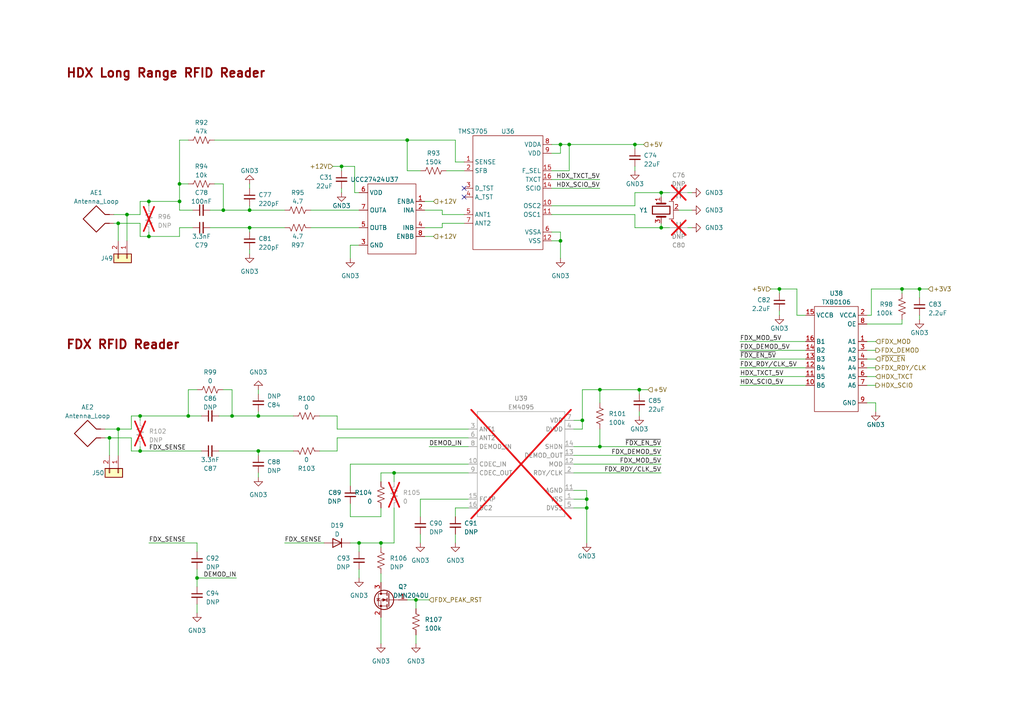
<source format=kicad_sch>
(kicad_sch (version 20230121) (generator eeschema)
  (paper "A4")
  (lib_symbols
    (symbol "Connector_Generic:Conn_01x02" (pin_names (offset 1.016) hide)
      (property "Reference" "J" (at 0 2.54 0))
      (property "Value" "Conn_01x02" (at 0 -5.08 0))
      (symbol "Conn_01x02_1_1"
        (rectangle (start -1.27 -2.413) (end 0 -2.667) (stroke (width 0.1524)))
        (rectangle (start -1.27 0.127) (end 0 -0.127) (stroke (width 0.1524)))
        (rectangle (start -1.27 1.27) (end 1.27 -3.81) (stroke (width 0.254)) (fill (type background)))
        (pin passive line (at -5.08 0 0) (length 3.81) (name "Pin_1") (number "1"))
        (pin passive line (at -5.08 -2.54 0) (length 3.81) (name "Pin_2") (number "2"))
      )
    )
    (symbol "Device:Antenna_Loop" (pin_numbers hide) (pin_names (offset 1.016) hide)
      (property "Reference" "AE" (at 1.27 6.35 0))
      (property "Value" "Antenna_Loop" (at 1.27 5.08 0))
      (symbol "Antenna_Loop_0_1"
        (polyline (pts (xy 2.54 -3.81) (xy 2.54 -2.54) (xy 5.08 0) (xy 1.27 3.81) (xy -2.54 0) (xy 0 -2.54) (xy 0 -3.81)) (stroke (width 0.254)))
      )
      (symbol "Antenna_Loop_1_1"
        (pin input line (at 0 -5.08 90) (length 2.54) (name "~") (number "1"))
        (pin input line (at 2.54 -5.08 90) (length 2.54) (name "~") (number "2"))
      )
    )
    (symbol "Device:C_Small" (pin_numbers hide) (pin_names (offset 0.254) hide)
      (property "Reference" "C" (at 0.254 1.778 0))
      (property "Value" "C_Small" (at 0.254 -2.032 0))
      (symbol "C_Small_0_1"
        (polyline (pts (xy -1.524 -0.508) (xy 1.524 -0.508)) (stroke (width 0.3302)))
        (polyline (pts (xy -1.524 0.508) (xy 1.524 0.508)) (stroke (width 0.3048)))
      )
      (symbol "C_Small_1_1"
        (pin passive line (at 0 2.54 270) (length 2.032) (name "~") (number "1"))
        (pin passive line (at 0 -2.54 90) (length 2.032) (name "~") (number "2"))
      )
    )
    (symbol "Device:Crystal_GND2" (pin_names (offset 1.016) hide)
      (property "Reference" "Y" (at 0 5.715 0))
      (property "Value" "Crystal_GND2" (at 0 3.81 0))
      (symbol "Crystal_GND2_0_1"
        (rectangle (start -1.143 2.54) (end 1.143 -2.54) (stroke (width 0.3048)))
        (polyline (pts (xy -2.54 0) (xy -1.905 0)))
        (polyline (pts (xy -1.905 -1.27) (xy -1.905 1.27)) (stroke (width 0.508)))
        (polyline (pts (xy 0 -3.81) (xy 0 -3.556)))
        (polyline (pts (xy 1.905 0) (xy 2.54 0)))
        (polyline (pts (xy 1.905 1.27) (xy 1.905 -1.27)) (stroke (width 0.508)))
        (polyline (pts (xy -2.54 -2.286) (xy -2.54 -3.556) (xy 2.54 -3.556) (xy 2.54 -2.286)))
      )
      (symbol "Crystal_GND2_1_1"
        (pin passive line (at -3.81 0 0) (length 1.27) (name "1") (number "1"))
        (pin passive line (at 0 -5.08 90) (length 1.27) (name "2") (number "2"))
        (pin passive line (at 3.81 0 180) (length 1.27) (name "3") (number "3"))
      )
    )
    (symbol "Device:D" (pin_numbers hide) (pin_names (offset 1.016) hide)
      (property "Reference" "D" (at 0 2.54 0))
      (property "Value" "D" (at 0 -2.54 0))
      (symbol "D_0_1"
        (polyline (pts (xy -1.27 1.27) (xy -1.27 -1.27)) (stroke (width 0.254)))
        (polyline (pts (xy 1.27 0) (xy -1.27 0)))
        (polyline (pts (xy 1.27 1.27) (xy 1.27 -1.27) (xy -1.27 0) (xy 1.27 1.27)) (stroke (width 0.254)))
      )
      (symbol "D_1_1"
        (pin passive line (at -3.81 0 0) (length 2.54) (name "K") (number "1"))
        (pin passive line (at 3.81 0 180) (length 2.54) (name "A") (number "2"))
      )
    )
    (symbol "Device:Q_NMOS_GSD" (pin_names (offset 0) hide)
      (property "Reference" "Q" (at 5.08 1.27 0))
      (property "Value" "Q_NMOS_GSD" (at 5.08 -1.27 0))
      (symbol "Q_NMOS_GSD_0_1"
        (polyline (pts (xy 0.254 0) (xy -2.54 0)))
        (polyline (pts (xy 0.254 1.905) (xy 0.254 -1.905)) (stroke (width 0.254)))
        (polyline (pts (xy 0.762 -1.27) (xy 0.762 -2.286)) (stroke (width 0.254)))
        (polyline (pts (xy 0.762 0.508) (xy 0.762 -0.508)) (stroke (width 0.254)))
        (polyline (pts (xy 0.762 2.286) (xy 0.762 1.27)) (stroke (width 0.254)))
        (polyline (pts (xy 2.54 2.54) (xy 2.54 1.778)))
        (polyline (pts (xy 2.54 -2.54) (xy 2.54 0) (xy 0.762 0)))
        (polyline (pts (xy 0.762 -1.778) (xy 3.302 -1.778) (xy 3.302 1.778) (xy 0.762 1.778)))
        (polyline (pts (xy 1.016 0) (xy 2.032 0.381) (xy 2.032 -0.381) (xy 1.016 0)) (fill (type outline)))
        (polyline (pts (xy 2.794 0.508) (xy 2.921 0.381) (xy 3.683 0.381) (xy 3.81 0.254)))
        (polyline (pts (xy 3.302 0.381) (xy 2.921 -0.254) (xy 3.683 -0.254) (xy 3.302 0.381)))
        (circle (center 1.651 0) (radius 2.794) (stroke (width 0.254)))
        (circle (center 2.54 -1.778) (radius 0.254) (fill (type outline)))
        (circle (center 2.54 1.778) (radius 0.254) (fill (type outline)))
      )
      (symbol "Q_NMOS_GSD_1_1"
        (pin input line (at -5.08 0 0) (length 2.54) (name "G") (number "1"))
        (pin passive line (at 2.54 -5.08 90) (length 2.54) (name "S") (number "2"))
        (pin passive line (at 2.54 5.08 270) (length 2.54) (name "D") (number "3"))
      )
    )
    (symbol "Device:R_US" (pin_numbers hide) (pin_names (offset 0))
      (property "Reference" "R" (at 2.54 0 90))
      (property "Value" "R_US" (at -2.54 0 90))
      (symbol "R_US_0_1"
        (polyline (pts (xy 0 -2.286) (xy 0 -2.54)))
        (polyline (pts (xy 0 2.286) (xy 0 2.54)))
        (polyline (pts (xy 0 -0.762) (xy 1.016 -1.143) (xy 0 -1.524) (xy -1.016 -1.905) (xy 0 -2.286)))
        (polyline (pts (xy 0 0.762) (xy 1.016 0.381) (xy 0 0) (xy -1.016 -0.381) (xy 0 -0.762)))
        (polyline (pts (xy 0 2.286) (xy 1.016 1.905) (xy 0 1.524) (xy -1.016 1.143) (xy 0 0.762)))
      )
      (symbol "R_US_1_1"
        (pin passive line (at 0 3.81 270) (length 1.27) (name "~") (number "1"))
        (pin passive line (at 0 -3.81 90) (length 1.27) (name "~") (number "2"))
      )
    )
    (symbol "Rumission:EM4095"
      (property "Reference" "U" (at 0 0 0))
      (property "Value" "EM4095" (at 0 0 0))
      (symbol "EM4095_0_1"
        (rectangle (start 0 -1.27) (end 25.4 -31.75))
      )
      (symbol "EM4095_1_1"
        (pin power_in line (at 27.94 -26.67 180) (length 2.54) (name "VSS") (number "1"))
        (pin input line (at -2.54 -16.51 0) (length 2.54) (name "CDEC_IN") (number "10"))
        (pin power_in line (at 27.94 -24.13 180) (length 2.54) (name "AGND") (number "11"))
        (pin input line (at 27.94 -16.51 180) (length 2.54) (name "MOD") (number "12"))
        (pin output line (at 27.94 -13.97 180) (length 2.54) (name "DEMOD_OUT") (number "13"))
        (pin input line (at 27.94 -11.43 180) (length 2.54) (name "SHDN") (number "14"))
        (pin input line (at -2.54 -26.67 0) (length 2.54) (name "FCAP") (number "15"))
        (pin power_in line (at -2.54 -29.21 0) (length 2.54) (name "DC2") (number "16"))
        (pin output line (at 27.94 -19.05 180) (length 2.54) (name "RDY/CLK") (number "2"))
        (pin output line (at -2.54 -6.35 0) (length 2.54) (name "ANT1") (number "3"))
        (pin power_in line (at 27.94 -6.35 180) (length 2.54) (name "DVDD") (number "4"))
        (pin power_in line (at 27.94 -29.21 180) (length 2.54) (name "DVSS") (number "5"))
        (pin output line (at -2.54 -8.89 0) (length 2.54) (name "ANT2") (number "6"))
        (pin power_in line (at 27.94 -3.81 180) (length 2.54) (name "VDD") (number "7"))
        (pin input line (at -2.54 -11.43 0) (length 2.54) (name "DEMOD_IN") (number "8"))
        (pin input line (at -2.54 -19.05 0) (length 2.54) (name "CDEC_OUT") (number "9"))
      )
    )
    (symbol "Rumission:TMS3705"
      (property "Reference" "U" (at 0 0 0))
      (symbol "TMS3705_0_1"
        (rectangle (start 0 -1.27) (end 20.32 -34.29))
      )
      (symbol "TMS3705_1_1"
        (pin input line (at -2.54 -8.89 0) (length 2.54) (name "SENSE") (number "1"))
        (pin output line (at 22.86 -21.59 180) (length 2.54) (name "OSC2") (number "10"))
        (pin input line (at 22.86 -24.13 180) (length 2.54) (name "OSC1") (number "11"))
        (pin power_in line (at 22.86 -31.75 180) (length 2.54) (name "VSS") (number "12"))
        (pin no_connect line (at -2.54 -31.75 0) (length 2.54) hide (name "NC") (number "13"))
        (pin output line (at 22.86 -16.51 180) (length 2.54) (name "SCIO") (number "14"))
        (pin input line (at 22.86 -11.43 180) (length 2.54) (name "F_SEL") (number "15"))
        (pin input line (at 22.86 -13.97 180) (length 2.54) (name "TXCT") (number "16"))
        (pin output line (at -2.54 -11.43 0) (length 2.54) (name "SFB") (number "2"))
        (pin output line (at -2.54 -16.51 0) (length 2.54) (name "D_TST") (number "3"))
        (pin output line (at -2.54 -19.05 0) (length 2.54) (name "A_TST") (number "4"))
        (pin output line (at -2.54 -24.13 0) (length 2.54) (name "ANT1") (number "5"))
        (pin power_in line (at 22.86 -29.21 180) (length 2.54) (name "VSSA") (number "6"))
        (pin output line (at -2.54 -26.67 0) (length 2.54) (name "ANT2") (number "7"))
        (pin power_in line (at 22.86 -3.81 180) (length 2.54) (name "VDDA") (number "8"))
        (pin power_in line (at 22.86 -6.35 180) (length 2.54) (name "VDD") (number "9"))
      )
    )
    (symbol "Rumission:TXB0106"
      (property "Reference" "U" (at 0 0 0))
      (property "Value" "TXB0106" (at 0 0 0))
      (symbol "TXB0106_0_1"
        (rectangle (start 0 -1.27) (end 12.7 -31.75))
      )
      (symbol "TXB0106_1_1"
        (pin bidirectional line (at -2.54 -11.43 0) (length 2.54) (name "A1") (number "1"))
        (pin bidirectional line (at 15.24 -24.13 180) (length 2.54) (name "B6") (number "10"))
        (pin bidirectional line (at 15.24 -21.59 180) (length 2.54) (name "B5") (number "11"))
        (pin bidirectional line (at 15.24 -19.05 180) (length 2.54) (name "B4") (number "12"))
        (pin bidirectional line (at 15.24 -16.51 180) (length 2.54) (name "B3") (number "13"))
        (pin bidirectional line (at 15.24 -13.97 180) (length 2.54) (name "B2") (number "14"))
        (pin bidirectional line (at 15.24 -3.81 180) (length 2.54) (name "VCCB") (number "15"))
        (pin bidirectional line (at 15.24 -11.43 180) (length 2.54) (name "B1") (number "16"))
        (pin power_in line (at -2.54 -3.81 0) (length 2.54) (name "VCCA") (number "2"))
        (pin bidirectional line (at -2.54 -13.97 0) (length 2.54) (name "A2") (number "3"))
        (pin bidirectional line (at -2.54 -16.51 0) (length 2.54) (name "A3") (number "4"))
        (pin bidirectional line (at -2.54 -19.05 0) (length 2.54) (name "A4") (number "5"))
        (pin bidirectional line (at -2.54 -21.59 0) (length 2.54) (name "A5") (number "6"))
        (pin bidirectional line (at -2.54 -24.13 0) (length 2.54) (name "A6") (number "7"))
        (pin input line (at -2.54 -6.35 0) (length 2.54) (name "OE") (number "8"))
        (pin power_in line (at -2.54 -29.21 0) (length 2.54) (name "GND") (number "9"))
      )
    )
    (symbol "Rumission:UCC2742x"
      (property "Reference" "U" (at 0 0 0))
      (symbol "UCC2742x_0_1"
        (rectangle (start 0 -1.27) (end 13.97 -21.59))
      )
      (symbol "UCC2742x_1_1"
        (pin input line (at 16.51 -6.35 180) (length 2.54) (name "ENBA") (number "1"))
        (pin input line (at 16.51 -8.89 180) (length 2.54) (name "INA") (number "2"))
        (pin power_in line (at -2.54 -19.05 0) (length 2.54) (name "GND") (number "3"))
        (pin input line (at 16.51 -13.97 180) (length 2.54) (name "INB") (number "4"))
        (pin output line (at -2.54 -13.97 0) (length 2.54) (name "OUTB") (number "5"))
        (pin power_in line (at -2.54 -3.81 0) (length 2.54) (name "VDD") (number "6"))
        (pin output line (at -2.54 -8.89 0) (length 2.54) (name "OUTA") (number "7"))
        (pin input line (at 16.51 -16.51 180) (length 2.54) (name "ENBB") (number "8"))
      )
    )
    (symbol "power:GND3" (power) (pin_names (offset 0))
      (property "Value" "GND3" (at 0 -3.81 0))
      (symbol "GND3_0_1"
        (polyline (pts (xy 0 0) (xy 0 -1.27) (xy 1.27 -1.27) (xy 0 -2.54) (xy -1.27 -1.27) (xy 0 -1.27)))
      )
      (symbol "GND3_1_1"
        (pin power_in line (at 0 0 270) (length 0) hide (name "GND3") (number "1"))
      )
    )
  )
  (junction (at 266.7 83.82))
  (junction (at 120.65 173.99))
  (junction (at 40.64 120.65))
  (junction (at 162.56 41.91))
  (junction (at 162.56 69.85))
  (junction (at 118.11 40.64))
  (junction (at 173.99 113.03))
  (junction (at 57.15 167.64))
  (junction (at 74.93 120.65))
  (junction (at 34.29 64.77))
  (junction (at 52.07 53.34))
  (junction (at 43.18 68.58))
  (junction (at 110.49 157.48))
  (junction (at 165.1 41.91))
  (junction (at 36.83 62.23))
  (junction (at 34.29 124.46))
  (junction (at 43.18 58.42))
  (junction (at 31.75 127))
  (junction (at 170.18 147.32))
  (junction (at 114.3 137.16))
  (junction (at 74.93 130.81))
  (junction (at 64.77 60.96))
  (junction (at 173.99 129.54))
  (junction (at 191.77 55.88))
  (junction (at 104.14 157.48))
  (junction (at 52.07 58.42))
  (junction (at 72.39 66.04))
  (junction (at 99.06 48.26))
  (junction (at 261.62 83.82))
  (junction (at 67.31 120.65))
  (junction (at 226.06 83.82))
  (junction (at 191.77 66.04))
  (junction (at 170.18 144.78))
  (junction (at 54.61 120.65))
  (junction (at 185.42 113.03))
  (junction (at 168.91 121.92))
  (junction (at 72.39 60.96))
  (junction (at 40.64 130.81))
  (junction (at 184.15 41.91))
  (no_connect (at 134.62 54.61))
  (no_connect (at 134.62 57.15))
  (wire (pts (xy 92.71 130.81) (xy 97.79 130.81)))
  (wire (pts (xy 168.91 121.92) (xy 168.91 113.03)))
  (wire (pts (xy 33.02 62.23) (xy 36.83 62.23)))
  (wire (pts (xy 196.85 60.96) (xy 200.66 60.96)))
  (wire (pts (xy 97.79 124.46) (xy 135.89 124.46)))
  (wire (pts (xy 214.63 99.06) (xy 233.68 99.06)))
  (wire (pts (xy 54.61 113.03) (xy 54.61 120.65)))
  (wire (pts (xy 132.08 147.32) (xy 135.89 147.32)))
  (wire (pts (xy 104.14 165.1) (xy 104.14 167.64)))
  (wire (pts (xy 199.39 55.88) (xy 200.66 55.88)))
  (wire (pts (xy 101.6 134.62) (xy 101.6 140.97)))
  (wire (pts (xy 64.77 60.96) (xy 72.39 60.96)))
  (wire (pts (xy 60.96 66.04) (xy 72.39 66.04)))
  (wire (pts (xy 40.64 120.65) (xy 54.61 120.65)))
  (wire (pts (xy 214.63 111.76) (xy 233.68 111.76)))
  (wire (pts (xy 184.15 43.18) (xy 184.15 41.91)))
  (wire (pts (xy 67.31 113.03) (xy 67.31 120.65)))
  (wire (pts (xy 166.37 134.62) (xy 191.77 134.62)))
  (wire (pts (xy 101.6 74.93) (xy 101.6 71.12)))
  (wire (pts (xy 185.42 113.03) (xy 185.42 114.3)))
  (wire (pts (xy 43.18 157.48) (xy 57.15 157.48)))
  (wire (pts (xy 166.37 124.46) (xy 168.91 124.46)))
  (wire (pts (xy 92.71 120.65) (xy 97.79 120.65)))
  (wire (pts (xy 254 119.38) (xy 254 116.84)))
  (wire (pts (xy 184.15 55.88) (xy 191.77 55.88)))
  (wire (pts (xy 38.1 124.46) (xy 38.1 120.65)))
  (wire (pts (xy 128.27 64.77) (xy 128.27 66.04)))
  (wire (pts (xy 162.56 67.31) (xy 160.02 67.31)))
  (wire (pts (xy 254 116.84) (xy 251.46 116.84)))
  (wire (pts (xy 72.39 59.69) (xy 72.39 60.96)))
  (wire (pts (xy 160.02 44.45) (xy 162.56 44.45)))
  (wire (pts (xy 166.37 147.32) (xy 170.18 147.32)))
  (wire (pts (xy 102.87 55.88) (xy 104.14 55.88)))
  (wire (pts (xy 57.15 175.26) (xy 57.15 177.8)))
  (wire (pts (xy 214.63 101.6) (xy 233.68 101.6)))
  (wire (pts (xy 185.42 119.38) (xy 185.42 120.65)))
  (wire (pts (xy 165.1 49.53) (xy 165.1 41.91)))
  (wire (pts (xy 160.02 62.23) (xy 184.15 62.23)))
  (wire (pts (xy 166.37 132.08) (xy 191.77 132.08)))
  (wire (pts (xy 132.08 154.94) (xy 132.08 157.48)))
  (wire (pts (xy 30.48 127) (xy 31.75 127)))
  (wire (pts (xy 57.15 167.64) (xy 68.58 167.64)))
  (wire (pts (xy 30.48 124.46) (xy 34.29 124.46)))
  (wire (pts (xy 43.18 58.42) (xy 43.18 59.69)))
  (wire (pts (xy 191.77 55.88) (xy 191.77 57.15)))
  (wire (pts (xy 251.46 104.14) (xy 254 104.14)))
  (wire (pts (xy 52.07 66.04) (xy 52.07 68.58)))
  (wire (pts (xy 223.52 83.82) (xy 226.06 83.82)))
  (wire (pts (xy 261.62 92.71) (xy 261.62 93.98)))
  (wire (pts (xy 251.46 109.22) (xy 254 109.22)))
  (wire (pts (xy 266.7 86.36) (xy 266.7 83.82)))
  (wire (pts (xy 96.52 48.26) (xy 99.06 48.26)))
  (wire (pts (xy 40.64 68.58) (xy 43.18 68.58)))
  (wire (pts (xy 173.99 124.46) (xy 173.99 129.54)))
  (wire (pts (xy 72.39 53.34) (xy 72.39 54.61)))
  (wire (pts (xy 132.08 149.86) (xy 132.08 147.32)))
  (wire (pts (xy 72.39 72.39) (xy 72.39 73.66)))
  (wire (pts (xy 199.39 66.04) (xy 200.66 66.04)))
  (wire (pts (xy 128.27 66.04) (xy 123.19 66.04)))
  (wire (pts (xy 135.89 129.54) (xy 124.46 129.54)))
  (wire (pts (xy 114.3 137.16) (xy 135.89 137.16)))
  (wire (pts (xy 166.37 137.16) (xy 191.77 137.16)))
  (wire (pts (xy 252.73 83.82) (xy 252.73 91.44)))
  (wire (pts (xy 31.75 127) (xy 38.1 127)))
  (wire (pts (xy 173.99 113.03) (xy 173.99 116.84)))
  (wire (pts (xy 128.27 60.96) (xy 123.19 60.96)))
  (wire (pts (xy 160.02 69.85) (xy 162.56 69.85)))
  (wire (pts (xy 54.61 53.34) (xy 52.07 53.34)))
  (wire (pts (xy 120.65 173.99) (xy 124.46 173.99)))
  (wire (pts (xy 123.19 58.42) (xy 125.73 58.42)))
  (wire (pts (xy 134.62 62.23) (xy 128.27 62.23)))
  (wire (pts (xy 110.49 158.75) (xy 110.49 157.48)))
  (wire (pts (xy 52.07 40.64) (xy 52.07 53.34)))
  (wire (pts (xy 121.92 149.86) (xy 121.92 144.78)))
  (wire (pts (xy 104.14 157.48) (xy 104.14 160.02)))
  (wire (pts (xy 168.91 113.03) (xy 173.99 113.03)))
  (wire (pts (xy 40.64 58.42) (xy 43.18 58.42)))
  (wire (pts (xy 38.1 127) (xy 38.1 130.81)))
  (wire (pts (xy 166.37 144.78) (xy 170.18 144.78)))
  (wire (pts (xy 31.75 127) (xy 31.75 132.08)))
  (wire (pts (xy 54.61 120.65) (xy 58.42 120.65)))
  (wire (pts (xy 97.79 120.65) (xy 97.79 124.46)))
  (wire (pts (xy 40.64 62.23) (xy 40.64 58.42)))
  (wire (pts (xy 184.15 66.04) (xy 191.77 66.04)))
  (wire (pts (xy 74.93 130.81) (xy 85.09 130.81)))
  (wire (pts (xy 40.64 64.77) (xy 40.64 68.58)))
  (wire (pts (xy 110.49 139.7) (xy 110.49 137.16)))
  (wire (pts (xy 57.15 113.03) (xy 54.61 113.03)))
  (wire (pts (xy 99.06 54.61) (xy 99.06 55.88)))
  (wire (pts (xy 121.92 154.94) (xy 121.92 157.48)))
  (wire (pts (xy 101.6 146.05) (xy 101.6 149.86)))
  (wire (pts (xy 252.73 91.44) (xy 251.46 91.44)))
  (wire (pts (xy 191.77 55.88) (xy 194.31 55.88)))
  (wire (pts (xy 120.65 173.99) (xy 120.65 176.53)))
  (wire (pts (xy 261.62 83.82) (xy 261.62 85.09)))
  (wire (pts (xy 134.62 46.99) (xy 132.08 46.99)))
  (wire (pts (xy 160.02 54.61) (xy 173.99 54.61)))
  (wire (pts (xy 101.6 157.48) (xy 104.14 157.48)))
  (wire (pts (xy 184.15 41.91) (xy 165.1 41.91)))
  (wire (pts (xy 74.93 120.65) (xy 85.09 120.65)))
  (wire (pts (xy 251.46 99.06) (xy 254 99.06)))
  (wire (pts (xy 184.15 48.26) (xy 184.15 49.53)))
  (wire (pts (xy 160.02 49.53) (xy 165.1 49.53)))
  (wire (pts (xy 110.49 157.48) (xy 104.14 157.48)))
  (wire (pts (xy 52.07 60.96) (xy 52.07 58.42)))
  (wire (pts (xy 118.11 40.64) (xy 62.23 40.64)))
  (wire (pts (xy 214.63 106.68) (xy 233.68 106.68)))
  (wire (pts (xy 90.17 60.96) (xy 104.14 60.96)))
  (wire (pts (xy 162.56 69.85) (xy 162.56 67.31)))
  (wire (pts (xy 72.39 60.96) (xy 82.55 60.96)))
  (wire (pts (xy 173.99 113.03) (xy 185.42 113.03)))
  (wire (pts (xy 120.65 184.15) (xy 120.65 186.69)))
  (wire (pts (xy 251.46 101.6) (xy 254 101.6)))
  (wire (pts (xy 60.96 60.96) (xy 64.77 60.96)))
  (wire (pts (xy 251.46 111.76) (xy 254 111.76)))
  (wire (pts (xy 64.77 113.03) (xy 67.31 113.03)))
  (wire (pts (xy 226.06 83.82) (xy 226.06 85.09)))
  (wire (pts (xy 170.18 144.78) (xy 170.18 142.24)))
  (wire (pts (xy 72.39 66.04) (xy 72.39 67.31)))
  (wire (pts (xy 118.11 173.99) (xy 120.65 173.99)))
  (wire (pts (xy 110.49 179.07) (xy 110.49 186.69)))
  (wire (pts (xy 214.63 109.22) (xy 233.68 109.22)))
  (wire (pts (xy 231.14 91.44) (xy 231.14 83.82)))
  (wire (pts (xy 251.46 93.98) (xy 261.62 93.98)))
  (wire (pts (xy 184.15 41.91) (xy 186.69 41.91)))
  (wire (pts (xy 52.07 58.42) (xy 43.18 58.42)))
  (wire (pts (xy 34.29 124.46) (xy 38.1 124.46)))
  (wire (pts (xy 118.11 40.64) (xy 132.08 40.64)))
  (wire (pts (xy 162.56 41.91) (xy 160.02 41.91)))
  (wire (pts (xy 129.54 49.53) (xy 134.62 49.53)))
  (wire (pts (xy 160.02 59.69) (xy 184.15 59.69)))
  (wire (pts (xy 233.68 91.44) (xy 231.14 91.44)))
  (wire (pts (xy 166.37 129.54) (xy 173.99 129.54)))
  (wire (pts (xy 110.49 166.37) (xy 110.49 168.91)))
  (wire (pts (xy 38.1 120.65) (xy 40.64 120.65)))
  (wire (pts (xy 67.31 120.65) (xy 74.93 120.65)))
  (wire (pts (xy 40.64 130.81) (xy 58.42 130.81)))
  (wire (pts (xy 97.79 127) (xy 135.89 127)))
  (wire (pts (xy 74.93 114.3) (xy 74.93 113.03)))
  (wire (pts (xy 102.87 48.26) (xy 102.87 55.88)))
  (wire (pts (xy 170.18 157.48) (xy 170.18 147.32)))
  (wire (pts (xy 34.29 64.77) (xy 40.64 64.77)))
  (wire (pts (xy 74.93 137.16) (xy 74.93 138.43)))
  (wire (pts (xy 74.93 120.65) (xy 74.93 119.38)))
  (wire (pts (xy 90.17 66.04) (xy 104.14 66.04)))
  (wire (pts (xy 40.64 120.65) (xy 40.64 121.92)))
  (wire (pts (xy 185.42 113.03) (xy 187.96 113.03)))
  (wire (pts (xy 252.73 83.82) (xy 261.62 83.82)))
  (wire (pts (xy 114.3 137.16) (xy 114.3 139.7)))
  (wire (pts (xy 118.11 49.53) (xy 118.11 40.64)))
  (wire (pts (xy 63.5 130.81) (xy 74.93 130.81)))
  (wire (pts (xy 266.7 83.82) (xy 269.24 83.82)))
  (wire (pts (xy 162.56 44.45) (xy 162.56 41.91)))
  (wire (pts (xy 82.55 157.48) (xy 93.98 157.48)))
  (wire (pts (xy 57.15 167.64) (xy 57.15 170.18)))
  (wire (pts (xy 114.3 157.48) (xy 110.49 157.48)))
  (wire (pts (xy 114.3 147.32) (xy 114.3 157.48)))
  (wire (pts (xy 99.06 49.53) (xy 99.06 48.26)))
  (wire (pts (xy 40.64 130.81) (xy 40.64 129.54)))
  (wire (pts (xy 64.77 53.34) (xy 64.77 60.96)))
  (wire (pts (xy 101.6 149.86) (xy 110.49 149.86)))
  (wire (pts (xy 132.08 46.99) (xy 132.08 40.64)))
  (wire (pts (xy 214.63 104.14) (xy 233.68 104.14)))
  (wire (pts (xy 110.49 147.32) (xy 110.49 149.86)))
  (wire (pts (xy 34.29 124.46) (xy 34.29 132.08)))
  (wire (pts (xy 63.5 120.65) (xy 67.31 120.65)))
  (wire (pts (xy 99.06 48.26) (xy 102.87 48.26)))
  (wire (pts (xy 184.15 62.23) (xy 184.15 66.04)))
  (wire (pts (xy 162.56 74.93) (xy 162.56 69.85)))
  (wire (pts (xy 52.07 53.34) (xy 52.07 58.42)))
  (wire (pts (xy 36.83 62.23) (xy 40.64 62.23)))
  (wire (pts (xy 52.07 68.58) (xy 43.18 68.58)))
  (wire (pts (xy 231.14 83.82) (xy 226.06 83.82)))
  (wire (pts (xy 184.15 59.69) (xy 184.15 55.88)))
  (wire (pts (xy 261.62 83.82) (xy 266.7 83.82)))
  (wire (pts (xy 128.27 62.23) (xy 128.27 60.96)))
  (wire (pts (xy 55.88 60.96) (xy 52.07 60.96)))
  (wire (pts (xy 54.61 40.64) (xy 52.07 40.64)))
  (wire (pts (xy 191.77 66.04) (xy 194.31 66.04)))
  (wire (pts (xy 226.06 90.17) (xy 226.06 91.44)))
  (wire (pts (xy 101.6 134.62) (xy 135.89 134.62)))
  (wire (pts (xy 121.92 49.53) (xy 118.11 49.53)))
  (wire (pts (xy 72.39 66.04) (xy 82.55 66.04)))
  (wire (pts (xy 57.15 165.1) (xy 57.15 167.64)))
  (wire (pts (xy 33.02 64.77) (xy 34.29 64.77)))
  (wire (pts (xy 123.19 68.58) (xy 125.73 68.58)))
  (wire (pts (xy 266.7 91.44) (xy 266.7 92.71)))
  (wire (pts (xy 34.29 64.77) (xy 34.29 69.85)))
  (wire (pts (xy 101.6 71.12) (xy 104.14 71.12)))
  (wire (pts (xy 57.15 160.02) (xy 57.15 157.48)))
  (wire (pts (xy 134.62 64.77) (xy 128.27 64.77)))
  (wire (pts (xy 173.99 129.54) (xy 191.77 129.54)))
  (wire (pts (xy 36.83 62.23) (xy 36.83 69.85)))
  (wire (pts (xy 251.46 106.68) (xy 254 106.68)))
  (wire (pts (xy 168.91 124.46) (xy 168.91 121.92)))
  (wire (pts (xy 62.23 53.34) (xy 64.77 53.34)))
  (wire (pts (xy 160.02 52.07) (xy 173.99 52.07)))
  (wire (pts (xy 121.92 144.78) (xy 135.89 144.78)))
  (wire (pts (xy 38.1 130.81) (xy 40.64 130.81)))
  (wire (pts (xy 166.37 121.92) (xy 168.91 121.92)))
  (wire (pts (xy 162.56 41.91) (xy 165.1 41.91)))
  (wire (pts (xy 191.77 64.77) (xy 191.77 66.04)))
  (wire (pts (xy 43.18 68.58) (xy 43.18 67.31)))
  (wire (pts (xy 170.18 147.32) (xy 170.18 144.78)))
  (wire (pts (xy 110.49 137.16) (xy 114.3 137.16)))
  (wire (pts (xy 74.93 130.81) (xy 74.93 132.08)))
  (wire (pts (xy 97.79 130.81) (xy 97.79 127)))
  (wire (pts (xy 55.88 66.04) (xy 52.07 66.04)))
  (wire (pts (xy 170.18 142.24) (xy 166.37 142.24)))
  (text "FDX RFID Reader" (at 19.05 101.6 0) (effects (font (size 2.54 2.54) (thickness 0.508) bold) (justify left bottom)))
  (text "HDX Long Range RFID Reader" (at 19.05 22.86 0) (effects (font (size 2.54 2.54) (thickness 0.508) bold) (justify left bottom)))
  (label "FDX_MOD_5V" (at 191.77 134.62 180))
  (label "HDX_TXCT_5V" (at 214.63 109.22 0))
  (label "FDX_SENSE" (at 43.18 130.81 0))
  (label "FDX_SENSE" (at 82.55 157.48 0))
  (label "~{FDX_EN_5V}" (at 191.77 129.54 180))
  (label "FDX_RDY{slash}CLK_5V" (at 214.63 106.68 0))
  (label "HDX_TXCT_5V" (at 173.99 52.07 180))
  (label "~{FDX_EN_5V}" (at 214.63 104.14 0))
  (label "FDX_DEMOD_5V" (at 191.77 132.08 180))
  (label "HDX_SCIO_5V" (at 214.63 111.76 0))
  (label "FDX_SENSE" (at 43.18 157.48 0))
  (label "HDX_SCIO_5V" (at 173.99 54.61 180))
  (label "FDX_MOD_5V" (at 214.63 99.06 0))
  (label "DEMOD_IN" (at 124.46 129.54 0))
  (label "FDX_DEMOD_5V" (at 214.63 101.6 0))
  (label "DEMOD_IN" (at 68.58 167.64 180))
  (label "FDX_RDY{slash}CLK_5V" (at 191.77 137.16 180))
  (hierarchical_label "FDX_DEMOD" (shape output) (at 254 101.6 0))
  (hierarchical_label "HDX_TXCT" (shape input) (at 254 109.22 0))
  (hierarchical_label "HDX_SCIO" (shape output) (at 254 111.76 0))
  (hierarchical_label "+12V" (shape input) (at 125.73 68.58 0))
  (hierarchical_label "~{FDX_EN}" (shape input) (at 254 104.14 0))
  (hierarchical_label "+5V" (shape input) (at 187.96 113.03 0))
  (hierarchical_label "+12V" (shape input) (at 125.73 58.42 0))
  (hierarchical_label "FDX_MOD" (shape input) (at 254 99.06 0))
  (hierarchical_label "FDX_RDY{slash}CLK" (shape output) (at 254 106.68 0))
  (hierarchical_label "+5V" (shape input) (at 186.69 41.91 0))
  (hierarchical_label "+5V" (shape input) (at 223.52 83.82 180))
  (hierarchical_label "FDX_PEAK_RST" (shape input) (at 124.46 173.99 0))
  (hierarchical_label "+12V" (shape input) (at 96.52 48.26 180))
  (hierarchical_label "+3V3" (shape input) (at 269.24 83.82 0))
  (symbol (lib_id "power:GND3") (at 200.66 66.04 90) (unit 1)
    (property "Reference" "#PWR0240" (effects hide))
    (property "Value" "GND3" (at 204.47 66.04 90) (effects (justify right)))
  )
  (symbol (lib_id "Device:C_Small") (at 57.15 162.56 0) (unit 1)
    (property "Reference" "C92" (at 59.69 161.9313 0) (effects (justify left)))
    (property "Value" "DNP" (at 59.69 164.4713 0) (effects (justify left)))
    (property "Footprint" "Capacitor_SMD:C_1206_3216Metric_Pad1.33x1.80mm_HandSolder" (effects hide))
  )
  (symbol (lib_id "power:GND3") (at 185.42 120.65 0) (unit 1)
    (property "Reference" "#PWR0248" (effects hide))
    (property "Value" "GND3" (at 185.42 124.46 0))
  )
  (symbol (lib_id "power:GND3") (at 200.66 55.88 90) (unit 1)
    (property "Reference" "#PWR0238" (effects hide))
    (property "Value" "GND3" (at 204.47 55.88 90) (effects (justify right)))
  )
  (symbol (lib_id "power:GND3") (at 266.7 92.71 0) (unit 1)
    (property "Reference" "#PWR0245" (effects hide))
    (property "Value" "GND3" (at 266.7 96.52 0))
  )
  (symbol (lib_id "power:GND3") (at 120.65 186.69 0) (unit 1)
    (property "Reference" "#PWR0256" (effects hide))
    (property "Value" "GND3" (at 120.65 191.77 0))
  )
  (symbol (lib_id "Device:R_US") (at 114.3 143.51 0) (mirror y) (unit 1) (dnp yes)
    (property "Reference" "R105" (at 116.84 142.875 0) (effects (justify right)))
    (property "Value" "0" (at 116.84 145.415 0) (effects (justify right)))
    (property "Footprint" "Resistor_SMD:R_1206_3216Metric_Pad1.30x1.75mm_HandSolder" (effects hide))
    (property "Datasheet" "https://www.yageo.com/upload/media/product/productsearch/datasheet/rchip/PYu-RC_Group_51_RoHS_L_12.pdf" (effects hide))
    (property "DigiKey PN" "311-0.0ERCT-ND" (effects hide))
    (property "MPN" "RC1206JR-070RL" (effects hide))
    (property "Manufacturer" "YAGEO" (effects hide))
  )
  (symbol (lib_id "Device:C_Small") (at 74.93 116.84 180) (unit 1)
    (property "Reference" "C84" (at 77.47 117.4687 0) (effects (justify right)))
    (property "Value" "DNP" (at 77.47 114.9287 0) (effects (justify right)))
    (property "Footprint" "Capacitor_SMD:C_1206_3216Metric_Pad1.33x1.80mm_HandSolder" (effects hide))
  )
  (symbol (lib_id "power:GND3") (at 101.6 74.93 0) (unit 1)
    (property "Reference" "#PWR0242" (effects hide))
    (property "Value" "GND3" (at 101.6 80.01 0))
  )
  (symbol (lib_id "power:GND3") (at 99.06 55.88 0) (unit 1)
    (property "Reference" "#PWR0237" (effects hide))
    (property "Value" "GND3" (at 99.06 59.69 0))
  )
  (symbol (lib_id "power:GND3") (at 57.15 177.8 0) (unit 1)
    (property "Reference" "#PWR0254" (effects hide))
    (property "Value" "GND3" (at 57.15 182.88 0))
  )
  (symbol (lib_id "Device:C_Small") (at 196.85 55.88 90) (unit 1) (in_bom no) (dnp yes)
    (property "Reference" "C76" (at 196.8563 50.8 90))
    (property "Value" "DNP" (at 196.8563 53.34 90))
    (property "Footprint" "Capacitor_SMD:C_0805_2012Metric_Pad1.18x1.45mm_HandSolder" (effects hide))
  )
  (symbol (lib_id "Device:R_US") (at 58.42 40.64 90) (unit 1)
    (property "Reference" "R92" (at 58.42 35.56 90))
    (property "Value" "47k" (at 58.42 38.1 90))
    (property "Footprint" "Resistor_SMD:R_1206_3216Metric_Pad1.30x1.75mm_HandSolder" (effects hide))
    (property "Datasheet" "https://www.yageo.com/upload/media/product/productsearch/datasheet/rchip/PYu-RC_Group_51_RoHS_L_12.pdf" (effects hide))
    (property "DigiKey PN" "311-47.0KFRCT-ND" (effects hide))
    (property "MPN" "RC1206FR-0747KL" (effects hide))
    (property "Manufacturer" "YAGEO" (effects hide))
  )
  (symbol (lib_id "Device:C_Small") (at 185.42 116.84 0) (unit 1)
    (property "Reference" "C85" (at 187.96 116.2113 0) (effects (justify left)))
    (property "Value" "22uF" (at 187.96 118.7513 0) (effects (justify left)))
    (property "Footprint" "Capacitor_THT:CP_Radial_D6.3mm_P2.50mm" (effects hide))
    (property "Datasheet" "https://industrial.panasonic.com/cdbs/www-data/pdf/RDF0000/ABA0000C1041.pdf" (effects hide))
    (property "DigiKey PN" "P15835CT-ND" (effects hide))
    (property "MPN" "EEA-GA1H2R2H" (effects hide))
    (property "Manufacturer" "Panasonic Electronic Components" (effects hide))
  )
  (symbol (lib_id "Device:R_US") (at 120.65 180.34 0) (unit 1)
    (property "Reference" "R107" (at 123.19 179.705 0) (effects (justify left)))
    (property "Value" "100k" (at 123.19 182.245 0) (effects (justify left)))
    (property "Footprint" "Resistor_SMD:R_1206_3216Metric_Pad1.30x1.75mm_HandSolder" (effects hide))
    (property "Datasheet" "https://www.yageo.com/upload/media/product/productsearch/datasheet/rchip/PYu-RC_Group_51_RoHS_L_12.pdf" (effects hide))
    (property "DigiKey PN" "311-100KFRCT-ND" (effects hide))
    (property "MPN" "RC1206FR-07100KL" (effects hide))
    (property "Manufacturer" "YAGEO" (effects hide))
  )
  (symbol (lib_id "Device:D") (at 97.79 157.48 180) (unit 1)
    (property "Reference" "D19" (at 97.79 152.4 0))
    (property "Value" "D" (at 97.79 154.94 0))
    (property "Footprint" "Diode_SMD:D_SOD-123" (effects hide))
    (property "Datasheet" "https://www.mccsemi.com/pdf/Products/1N4148W(SOD-123).pdf" (effects hide))
    (property "Sim.Device" "D" (effects hide))
    (property "Sim.Pins" "1=K 2=A" (effects hide))
    (property "DigiKey PN" "1N4148WTPMSCT-ND" (effects hide))
    (property "MPN" "1N4148W-TP" (effects hide))
    (property "Manufacturer" "Micro Commercial Co" (effects hide))
  )
  (symbol (lib_id "Device:R_US") (at 86.36 66.04 90) (mirror x) (unit 1)
    (property "Reference" "R97" (at 86.36 71.12 90))
    (property "Value" "4.7" (at 86.36 68.58 90))
    (property "Footprint" "Resistor_SMD:R_1206_3216Metric_Pad1.30x1.75mm_HandSolder" (effects hide))
    (property "Datasheet" "https://www.yageo.com/upload/media/product/productsearch/datasheet/rchip/PYu-RC_Group_51_RoHS_L_12.pdf" (effects hide))
    (property "DigiKey PN" "311-4.70FRCT-ND" (effects hide))
    (property "MPN" "RC1206FR-074R7L" (effects hide))
    (property "Manufacturer" "YAGEO" (effects hide))
  )
  (symbol (lib_id "Connector_Generic:Conn_01x02") (at 34.29 137.16 270) (unit 1)
    (property "Reference" "J50" (at 26.67 137.16 90) (effects (justify left)))
    (property "Value" "Conn_01x02" (effects hide))
    (property "Footprint" "Connector_PinHeader_2.54mm:PinHeader_1x02_P2.54mm_Vertical" (effects hide))
    (property "Datasheet" "https://www.molex.com/pdm_docs/sd/022284025_sd.pdf" (effects hide))
    (property "DigiKey PN" "23-0022284025-ND" (effects hide))
    (property "MPN" "0022284025" (effects hide))
    (property "Manufacturer" "Molex" (effects hide))
  )
  (symbol (lib_id "power:GND3") (at 110.49 186.69 0) (unit 1)
    (property "Reference" "#PWR0255" (effects hide))
    (property "Value" "GND3" (at 110.49 191.77 0))
  )
  (symbol (lib_id "Device:C_Small") (at 58.42 60.96 90) (mirror x) (unit 1)
    (property "Reference" "C78" (at 58.4263 55.88 90))
    (property "Value" "100nF" (at 58.4263 58.42 90))
    (property "Footprint" "Capacitor_SMD:C_1206_3216Metric_Pad1.33x1.80mm_HandSolder" (effects hide))
    (property "Datasheet" "https://www.yageo.com/upload/media/product/productsearch/datasheet/mlcc/UPY-GPHC_X7R_6.3V-to-250V_22.pdf" (effects hide))
    (property "DigiKey PN" "311-1435-1-ND" (effects hide))
    (property "MPN" "CC1206JRX7R9BB104" (effects hide))
    (property "Manufacturer" "YAGEO" (effects hide))
  )
  (symbol (lib_id "power:GND3") (at 170.18 157.48 0) (unit 1)
    (property "Reference" "#PWR0252" (effects hide))
    (property "Value" "GND3" (at 170.18 161.29 0))
  )
  (symbol (lib_id "Device:C_Small") (at 266.7 88.9 0) (unit 1)
    (property "Reference" "C83" (at 269.24 88.2713 0) (effects (justify left)))
    (property "Value" "2.2uF" (at 269.24 90.8113 0) (effects (justify left)))
    (property "Footprint" "Capacitor_SMD:C_0805_2012Metric_Pad1.18x1.45mm_HandSolder" (effects hide))
    (property "Datasheet" "https://media.digikey.com/pdf/Data%20Sheets/Samsung%20PDFs/CL21B225KPFNNNE_Spec.pdf" (effects hide))
    (property "DigiKey PN" "1276-1188-1-ND" (effects hide))
    (property "MPN" "CL21B225KPFNNNE" (effects hide))
    (property "Manufacturer" "Samsung Electro-Mechanics" (effects hide))
  )
  (symbol (lib_id "Device:R_US") (at 173.99 120.65 0) (unit 1)
    (property "Reference" "R101" (at 176.53 120.015 0) (effects (justify left)))
    (property "Value" "100k" (at 176.53 122.555 0) (effects (justify left)))
    (property "Footprint" "Resistor_SMD:R_0805_2012Metric_Pad1.20x1.40mm_HandSolder" (effects hide))
    (property "Datasheet" "https://www.yageo.com/upload/media/product/productsearch/datasheet/rchip/PYu-RC_Group_51_RoHS_L_12.pdf" (effects hide))
    (property "DigiKey PN" "311-100KCRCT-ND" (effects hide))
    (property "MPN" "RC0805FR-07100KL" (effects hide))
    (property "Manufacturer" "YAGEO" (effects hide))
  )
  (symbol (lib_id "power:GND3") (at 74.93 113.03 0) (mirror x) (unit 1)
    (property "Reference" "#PWR0246" (effects hide))
    (property "Value" "GND3" (at 74.93 107.95 0))
  )
  (symbol (lib_id "Device:R_US") (at 58.42 53.34 90) (unit 1)
    (property "Reference" "R94" (at 58.42 48.26 90))
    (property "Value" "10k" (at 58.42 50.8 90))
    (property "Footprint" "Resistor_SMD:R_1206_3216Metric_Pad1.30x1.75mm_HandSolder" (effects hide))
    (property "Datasheet" "https://www.yageo.com/upload/media/product/productsearch/datasheet/rchip/PYu-RC_Group_51_RoHS_L_12.pdf" (effects hide))
    (property "DigiKey PN" "311-10.0KFRCT-ND" (effects hide))
    (property "MPN" "RC1206FR-0710KL" (effects hide))
    (property "Manufacturer" "YAGEO" (effects hide))
  )
  (symbol (lib_id "Device:C_Small") (at 132.08 152.4 0) (unit 1)
    (property "Reference" "C91" (at 134.62 151.7713 0) (effects (justify left)))
    (property "Value" "DNP" (at 134.62 154.3113 0) (effects (justify left)))
    (property "Footprint" "Capacitor_SMD:C_1206_3216Metric_Pad1.33x1.80mm_HandSolder" (effects hide))
  )
  (symbol (lib_id "power:GND3") (at 162.56 74.93 0) (unit 1)
    (property "Reference" "#PWR0243" (effects hide))
    (property "Value" "GND3" (at 162.56 80.01 0))
  )
  (symbol (lib_id "Device:R_US") (at 43.18 63.5 180) (unit 1) (in_bom no) (dnp yes)
    (property "Reference" "R96" (at 45.72 62.865 0) (effects (justify right)))
    (property "Value" "DNP" (at 45.72 65.405 0) (effects (justify right)))
    (property "Footprint" "Resistor_SMD:R_1206_3216Metric_Pad1.30x1.75mm_HandSolder" (effects hide))
  )
  (symbol (lib_id "Device:C_Small") (at 58.42 66.04 90) (unit 1)
    (property "Reference" "C79" (at 58.4263 71.12 90))
    (property "Value" "3.3nF" (at 58.4263 68.58 90))
    (property "Footprint" "Capacitor_SMD:C_1206_3216Metric_Pad1.33x1.80mm_HandSolder" (effects hide))
    (property "Datasheet" "https://weblib.samsungsem.com/mlcc/mlcc-ec-data-sheet.do?partNumber=CL31C332JHHNFN" (effects hide))
    (property "DigiKey PN" "1276-3259-1-ND" (effects hide))
    (property "MPN" "CL31C332JHHNFNE" (effects hide))
    (property "Manufacturer" "Samsung Electro-Mechanics" (effects hide))
  )
  (symbol (lib_id "Device:C_Small") (at 104.14 162.56 0) (mirror y) (unit 1)
    (property "Reference" "C93" (at 101.6 161.9313 0) (effects (justify left)))
    (property "Value" "DNP" (at 101.6 164.4713 0) (effects (justify left)))
    (property "Footprint" "Capacitor_SMD:C_1206_3216Metric_Pad1.33x1.80mm_HandSolder" (effects hide))
  )
  (symbol (lib_id "power:GND3") (at 104.14 167.64 0) (unit 1)
    (property "Reference" "#PWR0253" (effects hide))
    (property "Value" "GND3" (at 104.14 172.72 0))
  )
  (symbol (lib_id "Device:R_US") (at 110.49 162.56 0) (unit 1)
    (property "Reference" "R106" (at 113.03 161.925 0) (effects (justify left)))
    (property "Value" "DNP" (at 113.03 164.465 0) (effects (justify left)))
    (property "Footprint" "Resistor_SMD:R_1206_3216Metric_Pad1.30x1.75mm_HandSolder" (effects hide))
  )
  (symbol (lib_id "power:GND3") (at 132.08 157.48 0) (unit 1)
    (property "Reference" "#PWR0251" (effects hide))
    (property "Value" "GND3" (at 132.08 162.56 0))
  )
  (symbol (lib_id "power:GND3") (at 200.66 60.96 90) (unit 1)
    (property "Reference" "#PWR0239" (effects hide))
    (property "Value" "GND3" (at 204.47 60.96 90) (effects (justify right)))
  )
  (symbol (lib_id "Device:R_US") (at 261.62 88.9 0) (mirror y) (unit 1)
    (property "Reference" "R98" (at 259.0294 88.265 0) (effects (justify left)))
    (property "Value" "100k" (at 259.0294 90.805 0) (effects (justify left)))
    (property "Footprint" "Resistor_SMD:R_0805_2012Metric_Pad1.20x1.40mm_HandSolder" (effects hide))
    (property "Datasheet" "https://www.yageo.com/upload/media/product/productsearch/datasheet/rchip/PYu-RC_Group_51_RoHS_L_12.pdf" (effects hide))
    (property "DigiKey PN" "311-100KCRCT-ND" (effects hide))
    (property "MPN" "RC0805FR-07100KL" (effects hide))
    (property "Manufacturer" "YAGEO" (effects hide))
  )
  (symbol (lib_id "Rumission:EM4095") (at 138.43 118.11 0) (unit 1) (in_bom no) (dnp yes)
    (property "Reference" "U39" (at 151.13 115.57 0))
    (property "Value" "EM4095" (at 151.13 118.11 0))
    (property "Footprint" "Package_SO:SOIC-16_3.9x9.9mm_P1.27mm" (effects hide))
    (property "Datasheet" "https://www.emmicroelectronic.com/sites/default/files/products/datasheets/em4095_ds.pdf" (effects hide))
  )
  (symbol (lib_id "Device:C_Small") (at 74.93 134.62 0) (mirror y) (unit 1)
    (property "Reference" "C88" (at 77.47 133.9913 0) (effects (justify right)))
    (property "Value" "DNP" (at 77.47 136.5313 0) (effects (justify right)))
    (property "Footprint" "Capacitor_SMD:C_1206_3216Metric_Pad1.33x1.80mm_HandSolder" (effects hide))
  )
  (symbol (lib_id "power:GND3") (at 72.39 53.34 180) (unit 1)
    (property "Reference" "#PWR0236" (effects hide))
    (property "Value" "GND3" (at 72.39 49.53 0))
  )
  (symbol (lib_id "Device:R_US") (at 86.36 60.96 90) (unit 1)
    (property "Reference" "R95" (at 86.36 55.88 90))
    (property "Value" "4.7" (at 86.36 58.42 90))
    (property "Footprint" "Resistor_SMD:R_1206_3216Metric_Pad1.30x1.75mm_HandSolder" (effects hide))
    (property "Datasheet" "https://www.yageo.com/upload/media/product/productsearch/datasheet/rchip/PYu-RC_Group_51_RoHS_L_12.pdf" (effects hide))
    (property "DigiKey PN" "311-4.70FRCT-ND" (effects hide))
    (property "MPN" "RC1206FR-074R7L" (effects hide))
    (property "Manufacturer" "YAGEO" (effects hide))
  )
  (symbol (lib_id "power:GND3") (at 184.15 49.53 0) (unit 1)
    (property "Reference" "#PWR0235" (effects hide))
    (property "Value" "GND3" (at 184.15 53.34 0))
  )
  (symbol (lib_id "Connector_Generic:Conn_01x02") (at 36.83 74.93 270) (unit 1)
    (property "Reference" "J49" (at 29.21 74.93 90) (effects (justify left)))
    (property "Value" "Conn_01x02" (effects hide))
    (property "Footprint" "Connector_PinHeader_2.54mm:PinHeader_1x02_P2.54mm_Vertical" (effects hide))
    (property "Datasheet" "https://www.molex.com/pdm_docs/sd/022284025_sd.pdf" (effects hide))
    (property "DigiKey PN" "23-0022284025-ND" (effects hide))
    (property "MPN" "0022284025" (effects hide))
    (property "Manufacturer" "Molex" (effects hide))
  )
  (symbol (lib_id "Device:Antenna_Loop") (at 25.4 127 90) (unit 1)
    (property "Reference" "AE2" (at 25.4 118.11 90))
    (property "Value" "Antenna_Loop" (at 25.4 120.65 90))
    (property "Footprint" "Connector_Coaxial:U.FL_Hirose_U.FL-R-SMT-1_Vertical" (effects hide))
    (property "Datasheet" "https://www.hirose.com/product/download/?distributor=digikey&type=specSheet&lang=en&num=U.FL-R-SMT-1(80)" (effects hide))
    (property "DigiKey PN" "26-U.FL-R-SMT-1(80)CT-ND" (effects hide))
    (property "MPN" "U.FL-R-SMT-1(80)" (effects hide))
    (property "Manufacturer" "Hirose Electric Co Ltd" (effects hide))
  )
  (symbol (lib_id "power:GND3") (at 74.93 138.43 0) (unit 1)
    (property "Reference" "#PWR0249" (effects hide))
    (property "Value" "GND3" (at 74.93 143.51 0))
  )
  (symbol (lib_id "Rumission:UCC2742x") (at 106.68 52.07 0) (unit 1)
    (property "Reference" "U37" (at 113.665 52.07 0))
    (property "Value" "UCC27424" (at 106.68 52.07 0))
    (property "Footprint" "Rumission:PowerPad_VSSOP-8" (effects hide))
    (property "Datasheet" "https://www.ti.com/lit/ds/symlink/ucc27423.pdf" (effects hide))
    (property "DigiKey PN" "296-15868-5-ND" (effects hide))
    (property "MPN" "UCC27424DGN" (effects hide))
    (property "Manufacturer" "Texas Instruments" (effects hide))
  )
  (symbol (lib_id "Device:C_Small") (at 57.15 172.72 0) (unit 1)
    (property "Reference" "C94" (at 59.69 172.0913 0) (effects (justify left)))
    (property "Value" "DNP" (at 59.69 174.6313 0) (effects (justify left)))
    (property "Footprint" "Capacitor_SMD:C_1206_3216Metric_Pad1.33x1.80mm_HandSolder" (effects hide))
  )
  (symbol (lib_id "power:GND3") (at 254 119.38 0) (unit 1)
    (property "Reference" "#PWR0247" (effects hide))
    (property "Value" "GND3" (at 254 123.19 0))
  )
  (symbol (lib_id "Device:C_Small") (at 226.06 87.63 0) (mirror y) (unit 1)
    (property "Reference" "C82" (at 223.52 87.0013 0) (effects (justify left)))
    (property "Value" "2.2uF" (at 223.52 89.5413 0) (effects (justify left)))
    (property "Footprint" "Capacitor_SMD:C_0805_2012Metric_Pad1.18x1.45mm_HandSolder" (effects hide))
    (property "Datasheet" "https://media.digikey.com/pdf/Data%20Sheets/Samsung%20PDFs/CL21B225KPFNNNE_Spec.pdf" (effects hide))
    (property "DigiKey PN" "1276-1188-1-ND" (effects hide))
    (property "MPN" "CL21B225KPFNNNE" (effects hide))
    (property "Manufacturer" "Samsung Electro-Mechanics" (effects hide))
  )
  (symbol (lib_id "Device:R_US") (at 40.64 125.73 180) (unit 1) (in_bom no) (dnp yes)
    (property "Reference" "R102" (at 43.18 125.095 0) (effects (justify right)))
    (property "Value" "DNP" (at 43.18 127.635 0) (effects (justify right)))
    (property "Footprint" "Resistor_SMD:R_1206_3216Metric_Pad1.30x1.75mm_HandSolder" (effects hide))
  )
  (symbol (lib_id "Device:C_Small") (at 121.92 152.4 0) (unit 1)
    (property "Reference" "C90" (at 124.46 151.7713 0) (effects (justify left)))
    (property "Value" "DNP" (at 124.46 154.3113 0) (effects (justify left)))
    (property "Footprint" "Capacitor_SMD:C_1206_3216Metric_Pad1.33x1.80mm_HandSolder" (effects hide))
  )
  (symbol (lib_id "Device:C_Small") (at 184.15 45.72 0) (unit 1)
    (property "Reference" "C74" (at 186.69 45.0913 0) (effects (justify left)))
    (property "Value" "22uF" (at 186.69 47.6313 0) (effects (justify left)))
    (property "Footprint" "Capacitor_THT:CP_Radial_D6.3mm_P2.50mm" (effects hide))
    (property "Datasheet" "https://industrial.panasonic.com/cdbs/www-data/pdf/RDF0000/ABA0000C1041.pdf" (effects hide))
    (property "DigiKey PN" "P15835CT-ND" (effects hide))
    (property "MPN" "EEA-GA1H2R2H" (effects hide))
    (property "Manufacturer" "Panasonic Electronic Components" (effects hide))
  )
  (symbol (lib_id "Device:C_Small") (at 60.96 130.81 90) (unit 1)
    (property "Reference" "C87" (at 60.9663 135.89 90))
    (property "Value" "3.3nF" (at 60.9663 133.35 90))
    (property "Footprint" "Capacitor_SMD:C_1206_3216Metric_Pad1.33x1.80mm_HandSolder" (effects hide))
    (property "Datasheet" "https://weblib.samsungsem.com/mlcc/mlcc-ec-data-sheet.do?partNumber=CL31C332JHHNFN" (effects hide))
    (property "DigiKey PN" "1276-3259-1-ND" (effects hide))
    (property "MPN" "CL31C332JHHNFNE" (effects hide))
    (property "Manufacturer" "Samsung Electro-Mechanics" (effects hide))
  )
  (symbol (lib_id "Device:C_Small") (at 60.96 120.65 90) (mirror x) (unit 1)
    (property "Reference" "C86" (at 60.9663 115.57 90))
    (property "Value" "DNP" (at 60.9663 118.11 90))
    (property "Footprint" "Capacitor_SMD:C_1206_3216Metric_Pad1.33x1.80mm_HandSolder" (effects hide))
  )
  (symbol (lib_id "Device:C_Small") (at 72.39 57.15 0) (mirror y) (unit 1)
    (property "Reference" "C77" (at 74.93 56.5213 0) (effects (justify right)))
    (property "Value" "220pF" (at 74.93 59.0613 0) (effects (justify right)))
    (property "Footprint" "Capacitor_SMD:C_1206_3216Metric_Pad1.33x1.80mm_HandSolder" (effects hide))
    (property "Datasheet" "http://weblib.samsungsem.com/mlcc/mlcc-ec-data-sheet.do?partNumber=CL31C221JIHNFN" (effects hide))
    (property "DigiKey PN" "1276-3234-1-ND" (effects hide))
    (property "MPN" "CL31C221JIHNFNE" (effects hide))
    (property "Manufacturer" "Samsung Electro-Mechanics" (effects hide))
  )
  (symbol (lib_id "Device:Q_NMOS_GSD") (at 113.03 173.99 0) (mirror y) (unit 1)
    (property "Reference" "Q?" (at 118.11 170.18 0) (effects (justify left)))
    (property "Value" "DMN2040U" (at 124.46 172.72 0) (effects (justify left)))
    (property "Footprint" "Package_TO_SOT_SMD:SOT-523" (effects hide))
    (property "Datasheet" "https://www.diodes.com/assets/Datasheets/DMN2040U.pdf" (effects hide))
    (property "DigiKey PN" "31-DMN2040U-13CT-ND" (effects hide))
    (property "MPN" "DMN2040U-13" (effects hide))
    (property "Manufacturer" "Diodes Incorporated" (effects hide))
    (instances (project "dboards" (path "" (reference "Q?") (unit 1)) (path "" (reference "Q?") (unit 1))) (project "dboards-02" (path "" (reference "Q11") (unit 1)) (path "" (reference "Q16") (unit 1))))
  )
  (symbol (lib_id "power:GND3") (at 121.92 157.48 0) (unit 1)
    (property "Reference" "#PWR0250" (effects hide))
    (property "Value" "GND3" (at 121.92 162.56 0))
  )
  (symbol (lib_id "Device:R_US") (at 125.73 49.53 90) (unit 1)
    (property "Reference" "R93" (at 125.73 44.45 90))
    (property "Value" "150k" (at 125.73 46.99 90))
    (property "Footprint" "Resistor_SMD:R_1206_3216Metric_Pad1.30x1.75mm_HandSolder" (effects hide))
    (property "Datasheet" "https://www.yageo.com/upload/media/product/productsearch/datasheet/rchip/PYu-RC_Group_51_RoHS_L_12.pdf" (effects hide))
    (property "DigiKey PN" "311-150KFRCT-ND" (effects hide))
    (property "MPN" "RC1206FR-07150KL" (effects hide))
    (property "Manufacturer" "YAGEO" (effects hide))
  )
  (symbol (lib_id "Device:C_Small") (at 72.39 69.85 0) (mirror y) (unit 1)
    (property "Reference" "C81" (at 74.93 69.2213 0) (effects (justify right)))
    (property "Value" "220pF" (at 74.93 71.7613 0) (effects (justify right)))
    (property "Footprint" "Capacitor_SMD:C_1206_3216Metric_Pad1.33x1.80mm_HandSolder" (effects hide))
    (property "Datasheet" "http://weblib.samsungsem.com/mlcc/mlcc-ec-data-sheet.do?partNumber=CL31C221JIHNFN" (effects hide))
    (property "DigiKey PN" "1276-3234-1-ND" (effects hide))
    (property "MPN" "CL31C221JIHNFNE" (effects hide))
    (property "Manufacturer" "Samsung Electro-Mechanics" (effects hide))
  )
  (symbol (lib_id "Rumission:TMS3705") (at 137.16 38.1 0) (unit 1)
    (property "Reference" "U36" (at 147.32 38.1 0))
    (property "Value" "TMS3705" (at 137.16 38.1 0))
    (property "Footprint" "Package_SO:SOIC-16_3.9x9.9mm_P1.27mm" (effects hide))
    (property "Datasheet" "https://www.ti.com/lit/ds/symlink/tms3705.pdf" (effects hide))
    (property "DigiKey PN" "296-53255-1-ND" (effects hide))
    (property "MPN" "TMS3705EDRQ1" (effects hide))
    (property "Manufacturer" "Texas Instruments" (effects hide))
  )
  (symbol (lib_id "Device:Crystal_GND2") (at 191.77 60.96 90) (mirror x) (unit 1)
    (property "Reference" "Y1" (at 187.96 60.96 90) (effects (justify left)))
    (property "Value" "CSTNR4M00GH5L000R0" (effects hide))
    (property "Footprint" "Rumission:Resonator_SMD_Murata_CDSCB-2Pin_4.5x2.0mm_HandSoldering" (effects hide))
    (property "Datasheet" "https://www.murata.com/en/products/productdata/8801161642014/SPEC-CSTNR4M00GH5L000R0.pdf" (effects hide))
    (property "DigiKey PN" "490-17964-1-ND" (effects hide))
    (property "MPN" "CSTNR4M00GH5L000R0" (effects hide))
    (property "Manufacturer" "Murata Electronics" (effects hide))
  )
  (symbol (lib_id "Device:R_US") (at 110.49 143.51 0) (unit 1)
    (property "Reference" "R104" (at 107.95 142.875 0) (effects (justify right)))
    (property "Value" "0" (at 107.95 145.415 0) (effects (justify right)))
    (property "Footprint" "Resistor_SMD:R_1206_3216Metric_Pad1.30x1.75mm_HandSolder" (effects hide))
    (property "Datasheet" "https://www.yageo.com/upload/media/product/productsearch/datasheet/rchip/PYu-RC_Group_51_RoHS_L_12.pdf" (effects hide))
    (property "DigiKey PN" "311-0.0ERCT-ND" (effects hide))
    (property "MPN" "RC1206JR-070RL" (effects hide))
    (property "Manufacturer" "YAGEO" (effects hide))
  )
  (symbol (lib_id "Device:R_US") (at 60.96 113.03 90) (unit 1)
    (property "Reference" "R99" (at 60.96 107.95 90))
    (property "Value" "0" (at 60.96 110.49 90))
    (property "Footprint" "Resistor_SMD:R_1206_3216Metric_Pad1.30x1.75mm_HandSolder" (effects hide))
    (property "Datasheet" "https://www.yageo.com/upload/media/product/productsearch/datasheet/rchip/PYu-RC_Group_51_RoHS_L_12.pdf" (effects hide))
    (property "DigiKey PN" "311-0.0ERCT-ND" (effects hide))
    (property "MPN" "RC1206JR-070RL" (effects hide))
    (property "Manufacturer" "YAGEO" (effects hide))
  )
  (symbol (lib_id "Device:R_US") (at 88.9 130.81 90) (mirror x) (unit 1)
    (property "Reference" "R103" (at 88.9 135.89 90))
    (property "Value" "0" (at 88.9 133.35 90))
    (property "Footprint" "Resistor_SMD:R_1206_3216Metric_Pad1.30x1.75mm_HandSolder" (effects hide))
    (property "Datasheet" "https://www.yageo.com/upload/media/product/productsearch/datasheet/rchip/PYu-RC_Group_51_RoHS_L_12.pdf" (effects hide))
    (property "DigiKey PN" "311-0.0ERCT-ND" (effects hide))
    (property "MPN" "RC1206JR-070RL" (effects hide))
    (property "Manufacturer" "YAGEO" (effects hide))
  )
  (symbol (lib_id "Rumission:TXB0106") (at 248.92 87.63 0) (mirror y) (unit 1)
    (property "Reference" "U38" (at 242.57 85.09 0))
    (property "Value" "TXB0106" (at 242.57 87.63 0))
    (property "Footprint" "Package_DFN_QFN:Texas_RGY_R-PVQFN-N16_EP2.05x2.55mm" (effects hide))
    (property "Datasheet" "https://www.ti.com/lit/ds/symlink/txb0106.pdf" (effects hide))
    (property "DigiKey PN" "296-24960-1-ND" (effects hide))
    (property "MPN" "TXB0106IPWRQ1" (effects hide))
    (property "Manufacturer" "Texas Instruments" (effects hide))
  )
  (symbol (lib_id "Device:C_Small") (at 101.6 143.51 0) (mirror y) (unit 1)
    (property "Reference" "C89" (at 99.06 142.8813 0) (effects (justify left)))
    (property "Value" "DNP" (at 99.06 145.4213 0) (effects (justify left)))
    (property "Footprint" "Capacitor_SMD:C_1206_3216Metric_Pad1.33x1.80mm_HandSolder" (effects hide))
  )
  (symbol (lib_id "power:GND3") (at 226.06 91.44 0) (unit 1)
    (property "Reference" "#PWR0244" (effects hide))
    (property "Value" "GND3" (at 226.06 95.25 0))
  )
  (symbol (lib_id "Device:C_Small") (at 99.06 52.07 0) (mirror y) (unit 1)
    (property "Reference" "C31" (at 96.52 51.4413 0) (effects (justify left)))
    (property "Value" "22uF" (at 96.52 53.9813 0) (effects (justify left)))
    (property "Footprint" "Capacitor_THT:CP_Radial_D6.3mm_P2.50mm" (effects hide))
    (property "Datasheet" "https://industrial.panasonic.com/cdbs/www-data/pdf/RDF0000/ABA0000C1041.pdf" (effects hide))
    (property "DigiKey PN" "P15835CT-ND" (effects hide))
    (property "MPN" "EEA-GA1H2R2H" (effects hide))
    (property "Manufacturer" "Panasonic Electronic Components" (effects hide))
    (instances (project "dboards-02" (path "" (reference "C31") (unit 1)) (path "" (reference "C58") (unit 1)) (path "" (reference "C75") (unit 1))))
  )
  (symbol (lib_id "Device:C_Small") (at 196.85 66.04 90) (mirror x) (unit 1) (in_bom no) (dnp yes)
    (property "Reference" "C80" (at 196.8563 71.12 90))
    (property "Value" "DNP" (at 196.8563 68.58 90))
    (property "Footprint" "Capacitor_SMD:C_0805_2012Metric_Pad1.18x1.45mm_HandSolder" (effects hide))
  )
  (symbol (lib_id "Device:Antenna_Loop") (at 27.94 64.77 90) (unit 1)
    (property "Reference" "AE1" (at 27.94 55.88 90))
    (property "Value" "Antenna_Loop" (at 27.94 58.42 90))
    (property "Footprint" "Connector_Coaxial:U.FL_Hirose_U.FL-R-SMT-1_Vertical" (effects hide))
    (property "Datasheet" "https://www.hirose.com/product/download/?distributor=digikey&type=specSheet&lang=en&num=U.FL-R-SMT-1(80)" (effects hide))
    (property "DigiKey PN" "26-U.FL-R-SMT-1(80)CT-ND" (effects hide))
    (property "MPN" "U.FL-R-SMT-1(80)" (effects hide))
    (property "Manufacturer" "Hirose Electric Co Ltd" (effects hide))
  )
  (symbol (lib_id "power:GND3") (at 72.39 73.66 0) (unit 1)
    (property "Reference" "#PWR0241" (effects hide))
    (property "Value" "GND3" (at 72.39 78.74 0))
  )
  (symbol (lib_id "Device:R_US") (at 88.9 120.65 90) (unit 1)
    (property "Reference" "R100" (at 88.9 115.57 90))
    (property "Value" "0" (at 88.9 118.11 90))
    (property "Footprint" "Resistor_SMD:R_1206_3216Metric_Pad1.30x1.75mm_HandSolder" (effects hide))
    (property "Datasheet" "https://www.yageo.com/upload/media/product/productsearch/datasheet/rchip/PYu-RC_Group_51_RoHS_L_12.pdf" (effects hide))
    (property "DigiKey PN" "311-0.0ERCT-ND" (effects hide))
    (property "MPN" "RC1206JR-070RL" (effects hide))
    (property "Manufacturer" "YAGEO" (effects hide))
  )
)
</source>
